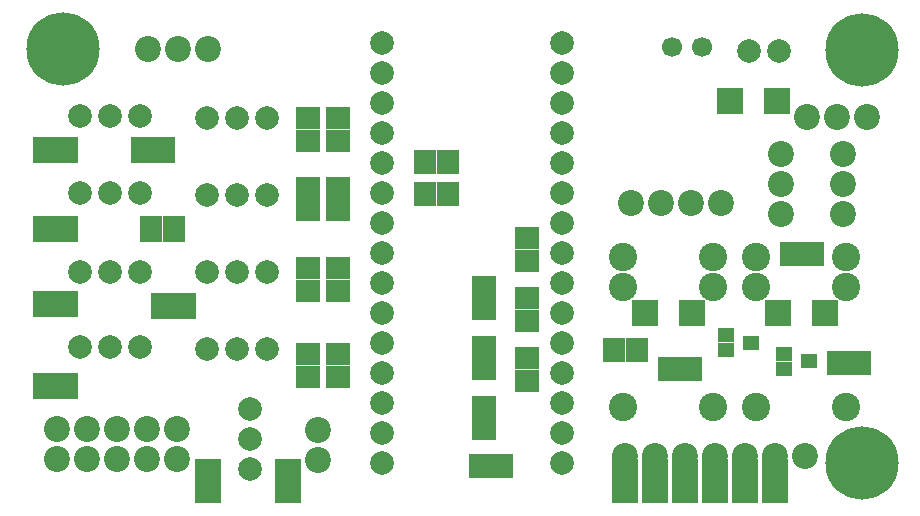
<source format=gbr>
%FSLAX34Y34*%
%MOMM*%
%LNSOLDERMASK_BOTTOM*%
G71*
G01*
%ADD10C, 2.000*%
%ADD11C, 6.200*%
%ADD12C, 2.000*%
%ADD13C, 2.200*%
%ADD14R, 2.200X2.200*%
%ADD15C, 1.700*%
%ADD16R, 1.400X1.200*%
%ADD17R, 2.000X1.900*%
%ADD18R, 2.200X1.900*%
%ADD19R, 1.900X2.200*%
%ADD20R, 1.900X2.000*%
%ADD21C, 2.400*%
%LPD*%
X461962Y-390400D02*
G54D10*
D03*
X461962Y-365000D02*
G54D10*
D03*
X461962Y-339600D02*
G54D10*
D03*
X461962Y-314200D02*
G54D10*
D03*
X461962Y-288800D02*
G54D10*
D03*
X461962Y-263400D02*
G54D10*
D03*
X461962Y-238000D02*
G54D10*
D03*
X461962Y-212600D02*
G54D10*
D03*
X461962Y-187200D02*
G54D10*
D03*
X461962Y-161800D02*
G54D10*
D03*
X461962Y-136400D02*
G54D10*
D03*
X461962Y-111000D02*
G54D10*
D03*
X461962Y-85600D02*
G54D10*
D03*
X461962Y-60200D02*
G54D10*
D03*
X461962Y-34800D02*
G54D10*
D03*
X309562Y-390400D02*
G54D10*
D03*
X309562Y-390400D02*
G54D10*
D03*
X309562Y-365000D02*
G54D10*
D03*
X309562Y-339600D02*
G54D10*
D03*
X309562Y-314200D02*
G54D10*
D03*
X309562Y-288800D02*
G54D10*
D03*
X309562Y-263400D02*
G54D10*
D03*
X309562Y-238000D02*
G54D10*
D03*
X309562Y-212600D02*
G54D10*
D03*
X309562Y-187200D02*
G54D10*
D03*
X309562Y-161800D02*
G54D10*
D03*
X309562Y-136400D02*
G54D10*
D03*
X309562Y-111000D02*
G54D10*
D03*
X309562Y-85600D02*
G54D10*
D03*
X309562Y-60200D02*
G54D10*
D03*
X309562Y-34800D02*
G54D10*
D03*
X715962Y-41150D02*
G54D11*
D03*
X715962Y-390400D02*
G54D11*
D03*
X39688Y-39562D02*
G54D11*
D03*
X620759Y-41282D02*
G54D12*
D03*
X646159Y-41282D02*
G54D12*
D03*
X162273Y-39693D02*
G54D13*
D03*
X136873Y-39693D02*
G54D13*
D03*
X111473Y-39693D02*
G54D13*
D03*
X604599Y-83616D02*
G54D14*
D03*
X644299Y-83616D02*
G54D14*
D03*
X555625Y-38100D02*
G54D15*
D03*
X581025Y-38100D02*
G54D15*
D03*
X601034Y-282024D02*
G54D16*
D03*
X601033Y-295024D02*
G54D16*
D03*
X622033Y-288524D02*
G54D16*
D03*
X272268Y-117504D02*
G54D17*
D03*
X272268Y-98504D02*
G54D17*
D03*
X700543Y-180043D02*
G54D13*
D03*
X700542Y-154643D02*
G54D13*
D03*
X700542Y-129243D02*
G54D13*
D03*
X255944Y-387691D02*
G54D13*
D03*
X255944Y-362291D02*
G54D13*
D03*
X162254Y-415377D02*
G54D18*
D03*
X162254Y-396377D02*
G54D18*
D03*
X596984Y-170476D02*
G54D13*
D03*
X571584Y-170476D02*
G54D13*
D03*
X546184Y-170476D02*
G54D13*
D03*
X520784Y-170476D02*
G54D13*
D03*
X104775Y-96838D02*
G54D12*
D03*
X79375Y-96838D02*
G54D12*
D03*
X53975Y-96838D02*
G54D12*
D03*
X136525Y-361950D02*
G54D13*
D03*
X136525Y-387350D02*
G54D13*
D03*
X111125Y-361950D02*
G54D13*
D03*
X111125Y-387350D02*
G54D13*
D03*
X85725Y-361950D02*
G54D13*
D03*
X85725Y-387350D02*
G54D13*
D03*
X60325Y-361950D02*
G54D13*
D03*
X60325Y-387350D02*
G54D13*
D03*
X34925Y-361950D02*
G54D13*
D03*
X34925Y-387350D02*
G54D13*
D03*
X212725Y-98426D02*
G54D12*
D03*
X187325Y-98426D02*
G54D12*
D03*
X161925Y-98426D02*
G54D12*
D03*
X104775Y-161926D02*
G54D12*
D03*
X79375Y-161926D02*
G54D12*
D03*
X53975Y-161926D02*
G54D12*
D03*
X212725Y-163513D02*
G54D12*
D03*
X187325Y-163513D02*
G54D12*
D03*
X161925Y-163513D02*
G54D12*
D03*
X104775Y-228601D02*
G54D12*
D03*
X79375Y-228601D02*
G54D12*
D03*
X53975Y-228601D02*
G54D12*
D03*
X212725Y-228601D02*
G54D12*
D03*
X187325Y-228601D02*
G54D12*
D03*
X161925Y-228601D02*
G54D12*
D03*
X104775Y-292101D02*
G54D12*
D03*
X79375Y-292101D02*
G54D12*
D03*
X53975Y-292101D02*
G54D12*
D03*
X212725Y-293688D02*
G54D12*
D03*
X187325Y-293688D02*
G54D12*
D03*
X161925Y-293688D02*
G54D12*
D03*
X246868Y-117504D02*
G54D17*
D03*
X246868Y-98504D02*
G54D17*
D03*
X272268Y-176241D02*
G54D17*
D03*
X272268Y-157241D02*
G54D17*
D03*
X246868Y-176241D02*
G54D17*
D03*
X246868Y-157241D02*
G54D17*
D03*
X272268Y-244504D02*
G54D17*
D03*
X272268Y-225504D02*
G54D17*
D03*
X246868Y-244504D02*
G54D17*
D03*
X246868Y-225504D02*
G54D17*
D03*
X272268Y-317529D02*
G54D17*
D03*
X272268Y-298529D02*
G54D17*
D03*
X246868Y-317529D02*
G54D17*
D03*
X246868Y-298529D02*
G54D17*
D03*
G36*
X97103Y-114461D02*
X116103Y-114460D01*
X116104Y-136460D01*
X97104Y-136461D01*
X97103Y-114461D01*
G37*
X125604Y-125460D02*
G54D19*
D03*
G36*
X14553Y-114461D02*
X33553Y-114460D01*
X33554Y-136460D01*
X14554Y-136461D01*
X14553Y-114461D01*
G37*
X43054Y-125460D02*
G54D19*
D03*
G36*
X105041Y-181136D02*
X124041Y-181135D01*
X124041Y-203135D01*
X105041Y-203136D01*
X105041Y-181136D01*
G37*
X133541Y-192135D02*
G54D19*
D03*
G36*
X14553Y-181136D02*
X33553Y-181135D01*
X33554Y-203135D01*
X14554Y-203136D01*
X14553Y-181136D01*
G37*
X43054Y-192135D02*
G54D19*
D03*
G36*
X14553Y-244636D02*
X33553Y-244635D01*
X33554Y-266635D01*
X14554Y-266636D01*
X14553Y-244636D01*
G37*
X43054Y-255635D02*
G54D19*
D03*
G36*
X114566Y-246223D02*
X133566Y-246223D01*
X133566Y-268223D01*
X114566Y-268223D01*
X114566Y-246223D01*
G37*
X143066Y-257223D02*
G54D19*
D03*
G36*
X14553Y-314486D02*
X33553Y-314485D01*
X33554Y-336485D01*
X14554Y-336486D01*
X14553Y-314486D01*
G37*
X43054Y-325485D02*
G54D19*
D03*
X346394Y-135959D02*
G54D20*
D03*
X365394Y-135959D02*
G54D20*
D03*
X346394Y-162946D02*
G54D20*
D03*
X365394Y-162946D02*
G54D20*
D03*
X589999Y-216130D02*
G54D21*
D03*
X589999Y-241530D02*
G54D21*
D03*
X589999Y-343130D02*
G54D21*
D03*
X513799Y-216130D02*
G54D21*
D03*
X513799Y-241530D02*
G54D21*
D03*
X513799Y-343130D02*
G54D21*
D03*
X592222Y-384789D02*
G54D13*
D03*
X566822Y-384789D02*
G54D13*
D03*
X541422Y-384789D02*
G54D13*
D03*
X516022Y-384788D02*
G54D13*
D03*
X668422Y-384789D02*
G54D13*
D03*
X643022Y-384789D02*
G54D13*
D03*
X617622Y-384789D02*
G54D13*
D03*
X396093Y-260379D02*
G54D17*
D03*
X396093Y-241379D02*
G54D17*
D03*
X396093Y-311179D02*
G54D17*
D03*
X396093Y-292179D02*
G54D17*
D03*
X396093Y-361979D02*
G54D17*
D03*
X396093Y-342979D02*
G54D17*
D03*
X432606Y-219104D02*
G54D17*
D03*
X432606Y-200104D02*
G54D17*
D03*
X432606Y-269904D02*
G54D17*
D03*
X432606Y-250904D02*
G54D17*
D03*
X432606Y-320704D02*
G54D17*
D03*
X432606Y-301704D02*
G54D17*
D03*
X702711Y-216130D02*
G54D21*
D03*
X702711Y-241530D02*
G54D21*
D03*
X702711Y-343130D02*
G54D21*
D03*
X626511Y-216130D02*
G54D21*
D03*
X626511Y-241530D02*
G54D21*
D03*
X626511Y-343130D02*
G54D21*
D03*
X648155Y-129243D02*
G54D13*
D03*
X648155Y-154642D02*
G54D13*
D03*
X648155Y-180042D02*
G54D13*
D03*
X532368Y-263400D02*
G54D14*
D03*
X572068Y-263400D02*
G54D14*
D03*
X506732Y-294709D02*
G54D20*
D03*
X525732Y-294709D02*
G54D20*
D03*
X552769Y-310584D02*
G54D20*
D03*
X571769Y-310584D02*
G54D20*
D03*
X645080Y-263400D02*
G54D14*
D03*
X684780Y-263400D02*
G54D14*
D03*
X650246Y-297899D02*
G54D16*
D03*
X650246Y-310899D02*
G54D16*
D03*
X671246Y-304399D02*
G54D16*
D03*
X642980Y-396438D02*
G54D18*
D03*
X642980Y-415438D02*
G54D18*
D03*
X617580Y-396438D02*
G54D18*
D03*
X617580Y-415438D02*
G54D18*
D03*
X592180Y-396438D02*
G54D18*
D03*
X592180Y-415438D02*
G54D18*
D03*
X566780Y-396438D02*
G54D18*
D03*
X566780Y-415438D02*
G54D18*
D03*
X541380Y-396438D02*
G54D18*
D03*
X541380Y-415438D02*
G54D18*
D03*
X515980Y-396438D02*
G54D18*
D03*
X515980Y-415438D02*
G54D18*
D03*
X720548Y-97343D02*
G54D13*
D03*
X695148Y-97343D02*
G54D13*
D03*
X669748Y-97343D02*
G54D13*
D03*
X695644Y-305821D02*
G54D20*
D03*
X714644Y-305821D02*
G54D20*
D03*
X655957Y-213746D02*
G54D20*
D03*
X674957Y-213746D02*
G54D20*
D03*
X198502Y-345166D02*
G54D12*
D03*
X198502Y-370566D02*
G54D12*
D03*
X198502Y-395966D02*
G54D12*
D03*
X230517Y-415377D02*
G54D18*
D03*
X230516Y-396377D02*
G54D18*
D03*
X392563Y-392625D02*
G54D20*
D03*
X411563Y-392625D02*
G54D20*
D03*
M02*

</source>
